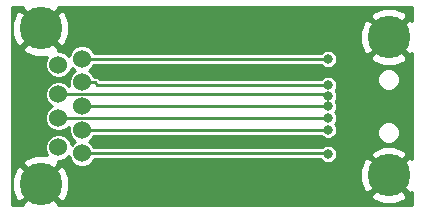
<source format=gbr>
G04 #@! TF.GenerationSoftware,KiCad,Pcbnew,(5.0.0-rc2-110-g9edfd25)*
G04 #@! TF.CreationDate,2018-06-11T15:30:54-07:00*
G04 #@! TF.ProjectId,USB-Power-Cleaner,5553422D506F7765722D436C65616E65,rev?*
G04 #@! TF.SameCoordinates,Original*
G04 #@! TF.FileFunction,Copper,L2,Bot,Signal*
G04 #@! TF.FilePolarity,Positive*
%FSLAX46Y46*%
G04 Gerber Fmt 4.6, Leading zero omitted, Abs format (unit mm)*
G04 Created by KiCad (PCBNEW (5.0.0-rc2-110-g9edfd25)) date Monday, June 11, 2018 at 03:30:54 PM*
%MOMM*%
%LPD*%
G01*
G04 APERTURE LIST*
G04 #@! TA.AperFunction,ComponentPad*
%ADD10C,1.524000*%
G04 #@! TD*
G04 #@! TA.AperFunction,ComponentPad*
%ADD11C,3.600000*%
G04 #@! TD*
G04 #@! TA.AperFunction,ViaPad*
%ADD12C,0.800000*%
G04 #@! TD*
G04 #@! TA.AperFunction,Conductor*
%ADD13C,0.250000*%
G04 #@! TD*
G04 #@! TA.AperFunction,Conductor*
%ADD14C,0.254000*%
G04 #@! TD*
G04 APERTURE END LIST*
D10*
G04 #@! TO.P,J1,7*
G04 #@! TO.N,Net-(J1-Pad7)*
X172458000Y-87630000D03*
G04 #@! TO.P,J1,8*
G04 #@! TO.N,Net-(J1-Pad8)*
X172458000Y-85630000D03*
G04 #@! TO.P,J1,9*
G04 #@! TO.N,Net-(J1-Pad9)*
X172458000Y-83630000D03*
G04 #@! TO.P,J1,6*
G04 #@! TO.N,Net-(J1-Pad6)*
X172458000Y-89630000D03*
G04 #@! TO.P,J1,5*
G04 #@! TO.N,Net-(J1-Pad5)*
X172458000Y-91630000D03*
G04 #@! TO.P,J1,1*
G04 #@! TO.N,Net-(C3-Pad1)*
X170458000Y-84130000D03*
G04 #@! TO.P,J1,2*
G04 #@! TO.N,Net-(J1-Pad2)*
X170458000Y-86630000D03*
G04 #@! TO.P,J1,3*
G04 #@! TO.N,Net-(J1-Pad3)*
X170458000Y-88630000D03*
G04 #@! TO.P,J1,4*
G04 #@! TO.N,GND*
X170458000Y-91130000D03*
D11*
G04 #@! TO.P,J1,10*
G04 #@! TO.N,Net-(J1-Pad10)*
X168958000Y-94200000D03*
X168958000Y-81060000D03*
G04 #@! TD*
G04 #@! TO.P,J2,10*
G04 #@! TO.N,Net-(J1-Pad10)*
X198420000Y-81780000D03*
X198420000Y-93480000D03*
G04 #@! TD*
D12*
G04 #@! TO.N,Net-(J1-Pad7)*
X193294000Y-87652006D03*
G04 #@! TO.N,Net-(J1-Pad8)*
X193294000Y-85852000D03*
G04 #@! TO.N,Net-(J1-Pad9)*
X193294000Y-83630000D03*
G04 #@! TO.N,Net-(J1-Pad6)*
X193294000Y-89630000D03*
G04 #@! TO.N,Net-(J1-Pad5)*
X193294000Y-91694000D03*
G04 #@! TO.N,Net-(J1-Pad2)*
X193294000Y-86752003D03*
G04 #@! TO.N,Net-(J1-Pad3)*
X193294000Y-88646000D03*
G04 #@! TD*
D13*
G04 #@! TO.N,Net-(J1-Pad7)*
X193271994Y-87630000D02*
X193294000Y-87652006D01*
X172458000Y-87630000D02*
X193271994Y-87630000D01*
G04 #@! TO.N,Net-(J1-Pad8)*
X173535630Y-85630000D02*
X173757630Y-85852000D01*
X172458000Y-85630000D02*
X173535630Y-85630000D01*
X173757630Y-85852000D02*
X193294000Y-85852000D01*
G04 #@! TO.N,Net-(J1-Pad9)*
X172458000Y-83630000D02*
X193294000Y-83630000D01*
G04 #@! TO.N,Net-(J1-Pad6)*
X172458000Y-89630000D02*
X193294000Y-89630000D01*
G04 #@! TO.N,Net-(J1-Pad5)*
X193230000Y-91630000D02*
X193294000Y-91694000D01*
X172458000Y-91630000D02*
X193230000Y-91630000D01*
G04 #@! TO.N,Net-(J1-Pad2)*
X193171997Y-86630000D02*
X193294000Y-86752003D01*
X170458000Y-86630000D02*
X193171997Y-86630000D01*
G04 #@! TO.N,Net-(J1-Pad3)*
X193278000Y-88630000D02*
X193294000Y-88646000D01*
X170458000Y-88630000D02*
X193278000Y-88630000D01*
G04 #@! TD*
D14*
G04 #@! TO.N,Net-(J1-Pad10)*
G36*
X167406975Y-79329370D02*
X168958000Y-80880395D01*
X170509025Y-79329370D01*
X170445964Y-79217000D01*
X200437000Y-79217000D01*
X200437000Y-80389684D01*
X200150630Y-80228975D01*
X198599605Y-81780000D01*
X200150630Y-83331025D01*
X200437000Y-83170316D01*
X200437001Y-92089684D01*
X200150630Y-91928975D01*
X198599605Y-93480000D01*
X200150630Y-95031025D01*
X200437001Y-94870316D01*
X200437001Y-96043000D01*
X170445964Y-96043000D01*
X170509025Y-95930630D01*
X168958000Y-94379605D01*
X167406975Y-95930630D01*
X167470036Y-96043000D01*
X166497000Y-96043000D01*
X166497000Y-93744673D01*
X166517406Y-93744673D01*
X166528939Y-94713308D01*
X166877431Y-95554642D01*
X167227370Y-95751025D01*
X168778395Y-94200000D01*
X169137605Y-94200000D01*
X170688630Y-95751025D01*
X171038569Y-95554642D01*
X171176288Y-95210630D01*
X196868975Y-95210630D01*
X197065358Y-95560569D01*
X197964673Y-95920594D01*
X198933308Y-95909061D01*
X199774642Y-95560569D01*
X199971025Y-95210630D01*
X198420000Y-93659605D01*
X196868975Y-95210630D01*
X171176288Y-95210630D01*
X171398594Y-94655327D01*
X171387061Y-93686692D01*
X171112844Y-93024673D01*
X195979406Y-93024673D01*
X195990939Y-93993308D01*
X196339431Y-94834642D01*
X196689370Y-95031025D01*
X198240395Y-93480000D01*
X196689370Y-91928975D01*
X196339431Y-92125358D01*
X195979406Y-93024673D01*
X171112844Y-93024673D01*
X171038569Y-92845358D01*
X170688630Y-92648975D01*
X169137605Y-94200000D01*
X168778395Y-94200000D01*
X167227370Y-92648975D01*
X166877431Y-92845358D01*
X166517406Y-93744673D01*
X166497000Y-93744673D01*
X166497000Y-82790630D01*
X167406975Y-82790630D01*
X167603358Y-83140569D01*
X168502673Y-83500594D01*
X169471308Y-83489061D01*
X169500061Y-83477151D01*
X169492403Y-83484809D01*
X169319000Y-83903439D01*
X169319000Y-84356561D01*
X169492403Y-84775191D01*
X169812809Y-85095597D01*
X170231439Y-85269000D01*
X170684561Y-85269000D01*
X171103191Y-85095597D01*
X171423597Y-84775191D01*
X171590197Y-84372985D01*
X171812809Y-84595597D01*
X171895865Y-84630000D01*
X171812809Y-84664403D01*
X171492403Y-84984809D01*
X171319000Y-85403439D01*
X171319000Y-85856561D01*
X171335724Y-85896936D01*
X171103191Y-85664403D01*
X170684561Y-85491000D01*
X170231439Y-85491000D01*
X169812809Y-85664403D01*
X169492403Y-85984809D01*
X169319000Y-86403439D01*
X169319000Y-86856561D01*
X169492403Y-87275191D01*
X169812809Y-87595597D01*
X169895865Y-87630000D01*
X169812809Y-87664403D01*
X169492403Y-87984809D01*
X169319000Y-88403439D01*
X169319000Y-88856561D01*
X169492403Y-89275191D01*
X169812809Y-89595597D01*
X170231439Y-89769000D01*
X170684561Y-89769000D01*
X171103191Y-89595597D01*
X171335724Y-89363064D01*
X171319000Y-89403439D01*
X171319000Y-89856561D01*
X171492403Y-90275191D01*
X171812809Y-90595597D01*
X171895865Y-90630000D01*
X171812809Y-90664403D01*
X171590197Y-90887015D01*
X171423597Y-90484809D01*
X171103191Y-90164403D01*
X170684561Y-89991000D01*
X170231439Y-89991000D01*
X169812809Y-90164403D01*
X169492403Y-90484809D01*
X169319000Y-90903439D01*
X169319000Y-91356561D01*
X169492403Y-91775191D01*
X169518870Y-91801658D01*
X169413327Y-91759406D01*
X168444692Y-91770939D01*
X167603358Y-92119431D01*
X167406975Y-92469370D01*
X168958000Y-94020395D01*
X170509025Y-92469370D01*
X170396579Y-92269000D01*
X170684561Y-92269000D01*
X171103191Y-92095597D01*
X171325803Y-91872985D01*
X171492403Y-92275191D01*
X171812809Y-92595597D01*
X172231439Y-92769000D01*
X172684561Y-92769000D01*
X173103191Y-92595597D01*
X173423597Y-92275191D01*
X173482909Y-92132000D01*
X192634407Y-92132000D01*
X192635291Y-92134135D01*
X192853865Y-92352709D01*
X193139445Y-92471000D01*
X193448555Y-92471000D01*
X193734135Y-92352709D01*
X193952709Y-92134135D01*
X194071000Y-91848555D01*
X194071000Y-91749370D01*
X196868975Y-91749370D01*
X198420000Y-93300395D01*
X199971025Y-91749370D01*
X199774642Y-91399431D01*
X198875327Y-91039406D01*
X197906692Y-91050939D01*
X197065358Y-91399431D01*
X196868975Y-91749370D01*
X194071000Y-91749370D01*
X194071000Y-91539445D01*
X193952709Y-91253865D01*
X193734135Y-91035291D01*
X193448555Y-90917000D01*
X193139445Y-90917000D01*
X192853865Y-91035291D01*
X192761156Y-91128000D01*
X173482909Y-91128000D01*
X173423597Y-90984809D01*
X173103191Y-90664403D01*
X173020135Y-90630000D01*
X173103191Y-90595597D01*
X173423597Y-90275191D01*
X173482909Y-90132000D01*
X192697156Y-90132000D01*
X192853865Y-90288709D01*
X193139445Y-90407000D01*
X193448555Y-90407000D01*
X193734135Y-90288709D01*
X193952709Y-90070135D01*
X194071000Y-89784555D01*
X194071000Y-89685663D01*
X197443000Y-89685663D01*
X197443000Y-90074337D01*
X197591739Y-90433426D01*
X197866574Y-90708261D01*
X198225663Y-90857000D01*
X198614337Y-90857000D01*
X198973426Y-90708261D01*
X199248261Y-90433426D01*
X199397000Y-90074337D01*
X199397000Y-89685663D01*
X199248261Y-89326574D01*
X198973426Y-89051739D01*
X198614337Y-88903000D01*
X198225663Y-88903000D01*
X197866574Y-89051739D01*
X197591739Y-89326574D01*
X197443000Y-89685663D01*
X194071000Y-89685663D01*
X194071000Y-89475445D01*
X193952709Y-89189865D01*
X193900844Y-89138000D01*
X193952709Y-89086135D01*
X194071000Y-88800555D01*
X194071000Y-88491445D01*
X193952709Y-88205865D01*
X193895847Y-88149003D01*
X193952709Y-88092141D01*
X194071000Y-87806561D01*
X194071000Y-87497451D01*
X193952709Y-87211871D01*
X193942843Y-87202005D01*
X193952709Y-87192138D01*
X194071000Y-86906558D01*
X194071000Y-86597448D01*
X193952709Y-86311868D01*
X193942843Y-86302002D01*
X193952709Y-86292135D01*
X194071000Y-86006555D01*
X194071000Y-85697445D01*
X193952709Y-85411865D01*
X193734135Y-85193291D01*
X193715720Y-85185663D01*
X197443000Y-85185663D01*
X197443000Y-85574337D01*
X197591739Y-85933426D01*
X197866574Y-86208261D01*
X198225663Y-86357000D01*
X198614337Y-86357000D01*
X198973426Y-86208261D01*
X199248261Y-85933426D01*
X199397000Y-85574337D01*
X199397000Y-85185663D01*
X199248261Y-84826574D01*
X198973426Y-84551739D01*
X198614337Y-84403000D01*
X198225663Y-84403000D01*
X197866574Y-84551739D01*
X197591739Y-84826574D01*
X197443000Y-85185663D01*
X193715720Y-85185663D01*
X193448555Y-85075000D01*
X193139445Y-85075000D01*
X192853865Y-85193291D01*
X192697156Y-85350000D01*
X173965564Y-85350000D01*
X173925557Y-85309993D01*
X173897551Y-85268079D01*
X173731500Y-85157127D01*
X173585069Y-85128000D01*
X173585064Y-85128000D01*
X173535630Y-85118167D01*
X173486196Y-85128000D01*
X173482909Y-85128000D01*
X173423597Y-84984809D01*
X173103191Y-84664403D01*
X173020135Y-84630000D01*
X173103191Y-84595597D01*
X173423597Y-84275191D01*
X173482909Y-84132000D01*
X192697156Y-84132000D01*
X192853865Y-84288709D01*
X193139445Y-84407000D01*
X193448555Y-84407000D01*
X193734135Y-84288709D01*
X193952709Y-84070135D01*
X194071000Y-83784555D01*
X194071000Y-83510630D01*
X196868975Y-83510630D01*
X197065358Y-83860569D01*
X197964673Y-84220594D01*
X198933308Y-84209061D01*
X199774642Y-83860569D01*
X199971025Y-83510630D01*
X198420000Y-81959605D01*
X196868975Y-83510630D01*
X194071000Y-83510630D01*
X194071000Y-83475445D01*
X193952709Y-83189865D01*
X193734135Y-82971291D01*
X193448555Y-82853000D01*
X193139445Y-82853000D01*
X192853865Y-82971291D01*
X192697156Y-83128000D01*
X173482909Y-83128000D01*
X173423597Y-82984809D01*
X173103191Y-82664403D01*
X172684561Y-82491000D01*
X172231439Y-82491000D01*
X171812809Y-82664403D01*
X171492403Y-82984809D01*
X171325803Y-83387015D01*
X171103191Y-83164403D01*
X170684561Y-82991000D01*
X170396579Y-82991000D01*
X170509025Y-82790630D01*
X168958000Y-81239605D01*
X167406975Y-82790630D01*
X166497000Y-82790630D01*
X166497000Y-80604673D01*
X166517406Y-80604673D01*
X166528939Y-81573308D01*
X166877431Y-82414642D01*
X167227370Y-82611025D01*
X168778395Y-81060000D01*
X169137605Y-81060000D01*
X170688630Y-82611025D01*
X171038569Y-82414642D01*
X171398594Y-81515327D01*
X171396324Y-81324673D01*
X195979406Y-81324673D01*
X195990939Y-82293308D01*
X196339431Y-83134642D01*
X196689370Y-83331025D01*
X198240395Y-81780000D01*
X196689370Y-80228975D01*
X196339431Y-80425358D01*
X195979406Y-81324673D01*
X171396324Y-81324673D01*
X171387061Y-80546692D01*
X171181064Y-80049370D01*
X196868975Y-80049370D01*
X198420000Y-81600395D01*
X199971025Y-80049370D01*
X199774642Y-79699431D01*
X198875327Y-79339406D01*
X197906692Y-79350939D01*
X197065358Y-79699431D01*
X196868975Y-80049370D01*
X171181064Y-80049370D01*
X171038569Y-79705358D01*
X170688630Y-79508975D01*
X169137605Y-81060000D01*
X168778395Y-81060000D01*
X167227370Y-79508975D01*
X166877431Y-79705358D01*
X166517406Y-80604673D01*
X166497000Y-80604673D01*
X166497000Y-79217000D01*
X167470036Y-79217000D01*
X167406975Y-79329370D01*
X167406975Y-79329370D01*
G37*
X167406975Y-79329370D02*
X168958000Y-80880395D01*
X170509025Y-79329370D01*
X170445964Y-79217000D01*
X200437000Y-79217000D01*
X200437000Y-80389684D01*
X200150630Y-80228975D01*
X198599605Y-81780000D01*
X200150630Y-83331025D01*
X200437000Y-83170316D01*
X200437001Y-92089684D01*
X200150630Y-91928975D01*
X198599605Y-93480000D01*
X200150630Y-95031025D01*
X200437001Y-94870316D01*
X200437001Y-96043000D01*
X170445964Y-96043000D01*
X170509025Y-95930630D01*
X168958000Y-94379605D01*
X167406975Y-95930630D01*
X167470036Y-96043000D01*
X166497000Y-96043000D01*
X166497000Y-93744673D01*
X166517406Y-93744673D01*
X166528939Y-94713308D01*
X166877431Y-95554642D01*
X167227370Y-95751025D01*
X168778395Y-94200000D01*
X169137605Y-94200000D01*
X170688630Y-95751025D01*
X171038569Y-95554642D01*
X171176288Y-95210630D01*
X196868975Y-95210630D01*
X197065358Y-95560569D01*
X197964673Y-95920594D01*
X198933308Y-95909061D01*
X199774642Y-95560569D01*
X199971025Y-95210630D01*
X198420000Y-93659605D01*
X196868975Y-95210630D01*
X171176288Y-95210630D01*
X171398594Y-94655327D01*
X171387061Y-93686692D01*
X171112844Y-93024673D01*
X195979406Y-93024673D01*
X195990939Y-93993308D01*
X196339431Y-94834642D01*
X196689370Y-95031025D01*
X198240395Y-93480000D01*
X196689370Y-91928975D01*
X196339431Y-92125358D01*
X195979406Y-93024673D01*
X171112844Y-93024673D01*
X171038569Y-92845358D01*
X170688630Y-92648975D01*
X169137605Y-94200000D01*
X168778395Y-94200000D01*
X167227370Y-92648975D01*
X166877431Y-92845358D01*
X166517406Y-93744673D01*
X166497000Y-93744673D01*
X166497000Y-82790630D01*
X167406975Y-82790630D01*
X167603358Y-83140569D01*
X168502673Y-83500594D01*
X169471308Y-83489061D01*
X169500061Y-83477151D01*
X169492403Y-83484809D01*
X169319000Y-83903439D01*
X169319000Y-84356561D01*
X169492403Y-84775191D01*
X169812809Y-85095597D01*
X170231439Y-85269000D01*
X170684561Y-85269000D01*
X171103191Y-85095597D01*
X171423597Y-84775191D01*
X171590197Y-84372985D01*
X171812809Y-84595597D01*
X171895865Y-84630000D01*
X171812809Y-84664403D01*
X171492403Y-84984809D01*
X171319000Y-85403439D01*
X171319000Y-85856561D01*
X171335724Y-85896936D01*
X171103191Y-85664403D01*
X170684561Y-85491000D01*
X170231439Y-85491000D01*
X169812809Y-85664403D01*
X169492403Y-85984809D01*
X169319000Y-86403439D01*
X169319000Y-86856561D01*
X169492403Y-87275191D01*
X169812809Y-87595597D01*
X169895865Y-87630000D01*
X169812809Y-87664403D01*
X169492403Y-87984809D01*
X169319000Y-88403439D01*
X169319000Y-88856561D01*
X169492403Y-89275191D01*
X169812809Y-89595597D01*
X170231439Y-89769000D01*
X170684561Y-89769000D01*
X171103191Y-89595597D01*
X171335724Y-89363064D01*
X171319000Y-89403439D01*
X171319000Y-89856561D01*
X171492403Y-90275191D01*
X171812809Y-90595597D01*
X171895865Y-90630000D01*
X171812809Y-90664403D01*
X171590197Y-90887015D01*
X171423597Y-90484809D01*
X171103191Y-90164403D01*
X170684561Y-89991000D01*
X170231439Y-89991000D01*
X169812809Y-90164403D01*
X169492403Y-90484809D01*
X169319000Y-90903439D01*
X169319000Y-91356561D01*
X169492403Y-91775191D01*
X169518870Y-91801658D01*
X169413327Y-91759406D01*
X168444692Y-91770939D01*
X167603358Y-92119431D01*
X167406975Y-92469370D01*
X168958000Y-94020395D01*
X170509025Y-92469370D01*
X170396579Y-92269000D01*
X170684561Y-92269000D01*
X171103191Y-92095597D01*
X171325803Y-91872985D01*
X171492403Y-92275191D01*
X171812809Y-92595597D01*
X172231439Y-92769000D01*
X172684561Y-92769000D01*
X173103191Y-92595597D01*
X173423597Y-92275191D01*
X173482909Y-92132000D01*
X192634407Y-92132000D01*
X192635291Y-92134135D01*
X192853865Y-92352709D01*
X193139445Y-92471000D01*
X193448555Y-92471000D01*
X193734135Y-92352709D01*
X193952709Y-92134135D01*
X194071000Y-91848555D01*
X194071000Y-91749370D01*
X196868975Y-91749370D01*
X198420000Y-93300395D01*
X199971025Y-91749370D01*
X199774642Y-91399431D01*
X198875327Y-91039406D01*
X197906692Y-91050939D01*
X197065358Y-91399431D01*
X196868975Y-91749370D01*
X194071000Y-91749370D01*
X194071000Y-91539445D01*
X193952709Y-91253865D01*
X193734135Y-91035291D01*
X193448555Y-90917000D01*
X193139445Y-90917000D01*
X192853865Y-91035291D01*
X192761156Y-91128000D01*
X173482909Y-91128000D01*
X173423597Y-90984809D01*
X173103191Y-90664403D01*
X173020135Y-90630000D01*
X173103191Y-90595597D01*
X173423597Y-90275191D01*
X173482909Y-90132000D01*
X192697156Y-90132000D01*
X192853865Y-90288709D01*
X193139445Y-90407000D01*
X193448555Y-90407000D01*
X193734135Y-90288709D01*
X193952709Y-90070135D01*
X194071000Y-89784555D01*
X194071000Y-89685663D01*
X197443000Y-89685663D01*
X197443000Y-90074337D01*
X197591739Y-90433426D01*
X197866574Y-90708261D01*
X198225663Y-90857000D01*
X198614337Y-90857000D01*
X198973426Y-90708261D01*
X199248261Y-90433426D01*
X199397000Y-90074337D01*
X199397000Y-89685663D01*
X199248261Y-89326574D01*
X198973426Y-89051739D01*
X198614337Y-88903000D01*
X198225663Y-88903000D01*
X197866574Y-89051739D01*
X197591739Y-89326574D01*
X197443000Y-89685663D01*
X194071000Y-89685663D01*
X194071000Y-89475445D01*
X193952709Y-89189865D01*
X193900844Y-89138000D01*
X193952709Y-89086135D01*
X194071000Y-88800555D01*
X194071000Y-88491445D01*
X193952709Y-88205865D01*
X193895847Y-88149003D01*
X193952709Y-88092141D01*
X194071000Y-87806561D01*
X194071000Y-87497451D01*
X193952709Y-87211871D01*
X193942843Y-87202005D01*
X193952709Y-87192138D01*
X194071000Y-86906558D01*
X194071000Y-86597448D01*
X193952709Y-86311868D01*
X193942843Y-86302002D01*
X193952709Y-86292135D01*
X194071000Y-86006555D01*
X194071000Y-85697445D01*
X193952709Y-85411865D01*
X193734135Y-85193291D01*
X193715720Y-85185663D01*
X197443000Y-85185663D01*
X197443000Y-85574337D01*
X197591739Y-85933426D01*
X197866574Y-86208261D01*
X198225663Y-86357000D01*
X198614337Y-86357000D01*
X198973426Y-86208261D01*
X199248261Y-85933426D01*
X199397000Y-85574337D01*
X199397000Y-85185663D01*
X199248261Y-84826574D01*
X198973426Y-84551739D01*
X198614337Y-84403000D01*
X198225663Y-84403000D01*
X197866574Y-84551739D01*
X197591739Y-84826574D01*
X197443000Y-85185663D01*
X193715720Y-85185663D01*
X193448555Y-85075000D01*
X193139445Y-85075000D01*
X192853865Y-85193291D01*
X192697156Y-85350000D01*
X173965564Y-85350000D01*
X173925557Y-85309993D01*
X173897551Y-85268079D01*
X173731500Y-85157127D01*
X173585069Y-85128000D01*
X173585064Y-85128000D01*
X173535630Y-85118167D01*
X173486196Y-85128000D01*
X173482909Y-85128000D01*
X173423597Y-84984809D01*
X173103191Y-84664403D01*
X173020135Y-84630000D01*
X173103191Y-84595597D01*
X173423597Y-84275191D01*
X173482909Y-84132000D01*
X192697156Y-84132000D01*
X192853865Y-84288709D01*
X193139445Y-84407000D01*
X193448555Y-84407000D01*
X193734135Y-84288709D01*
X193952709Y-84070135D01*
X194071000Y-83784555D01*
X194071000Y-83510630D01*
X196868975Y-83510630D01*
X197065358Y-83860569D01*
X197964673Y-84220594D01*
X198933308Y-84209061D01*
X199774642Y-83860569D01*
X199971025Y-83510630D01*
X198420000Y-81959605D01*
X196868975Y-83510630D01*
X194071000Y-83510630D01*
X194071000Y-83475445D01*
X193952709Y-83189865D01*
X193734135Y-82971291D01*
X193448555Y-82853000D01*
X193139445Y-82853000D01*
X192853865Y-82971291D01*
X192697156Y-83128000D01*
X173482909Y-83128000D01*
X173423597Y-82984809D01*
X173103191Y-82664403D01*
X172684561Y-82491000D01*
X172231439Y-82491000D01*
X171812809Y-82664403D01*
X171492403Y-82984809D01*
X171325803Y-83387015D01*
X171103191Y-83164403D01*
X170684561Y-82991000D01*
X170396579Y-82991000D01*
X170509025Y-82790630D01*
X168958000Y-81239605D01*
X167406975Y-82790630D01*
X166497000Y-82790630D01*
X166497000Y-80604673D01*
X166517406Y-80604673D01*
X166528939Y-81573308D01*
X166877431Y-82414642D01*
X167227370Y-82611025D01*
X168778395Y-81060000D01*
X169137605Y-81060000D01*
X170688630Y-82611025D01*
X171038569Y-82414642D01*
X171398594Y-81515327D01*
X171396324Y-81324673D01*
X195979406Y-81324673D01*
X195990939Y-82293308D01*
X196339431Y-83134642D01*
X196689370Y-83331025D01*
X198240395Y-81780000D01*
X196689370Y-80228975D01*
X196339431Y-80425358D01*
X195979406Y-81324673D01*
X171396324Y-81324673D01*
X171387061Y-80546692D01*
X171181064Y-80049370D01*
X196868975Y-80049370D01*
X198420000Y-81600395D01*
X199971025Y-80049370D01*
X199774642Y-79699431D01*
X198875327Y-79339406D01*
X197906692Y-79350939D01*
X197065358Y-79699431D01*
X196868975Y-80049370D01*
X171181064Y-80049370D01*
X171038569Y-79705358D01*
X170688630Y-79508975D01*
X169137605Y-81060000D01*
X168778395Y-81060000D01*
X167227370Y-79508975D01*
X166877431Y-79705358D01*
X166517406Y-80604673D01*
X166497000Y-80604673D01*
X166497000Y-79217000D01*
X167470036Y-79217000D01*
X167406975Y-79329370D01*
G04 #@! TD*
M02*

</source>
